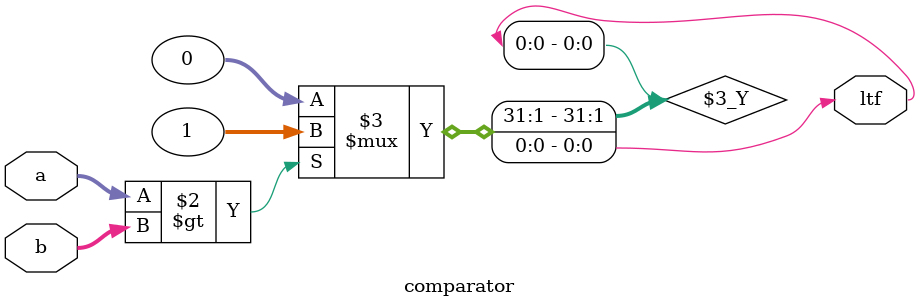
<source format=v>
`timescale 1ns / 1ps

module comparator (
	input [3:0] a,
	input [3:0] b,
	output reg ltf
);

always @ (*) begin
	ltf = (a > b) ? 1 : 0;
end

endmodule
</source>
